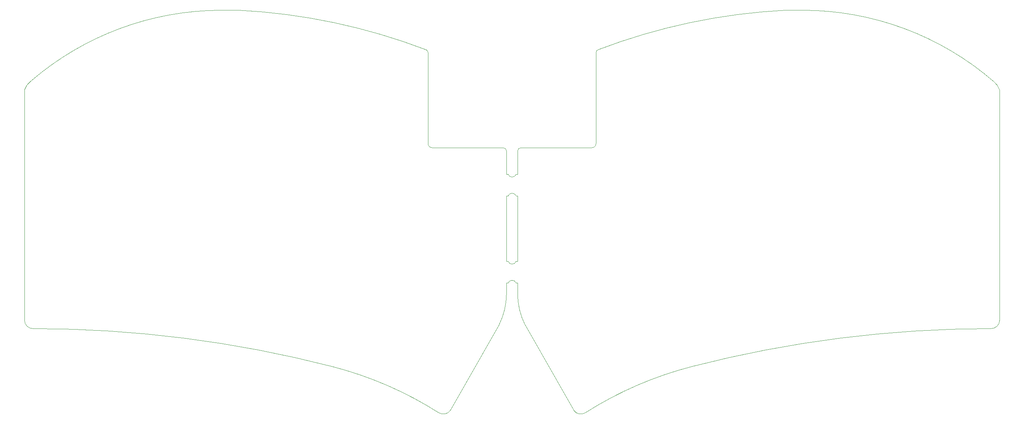
<source format=gm1>
G04 #@! TF.GenerationSoftware,KiCad,Pcbnew,9.0.6*
G04 #@! TF.CreationDate,2025-11-13T20:31:41-08:00*
G04 #@! TF.ProjectId,doktuh-kb,646f6b74-7568-42d6-9b62-2e6b69636164,rev?*
G04 #@! TF.SameCoordinates,Original*
G04 #@! TF.FileFunction,Profile,NP*
%FSLAX46Y46*%
G04 Gerber Fmt 4.6, Leading zero omitted, Abs format (unit mm)*
G04 Created by KiCad (PCBNEW 9.0.6) date 2025-11-13 20:31:41*
%MOMM*%
%LPD*%
G01*
G04 APERTURE LIST*
G04 #@! TA.AperFunction,Profile*
%ADD10C,0.050000*%
G04 #@! TD*
G04 APERTURE END LIST*
D10*
X148162000Y-81866000D02*
G75*
G02*
X148912000Y-82616000I0J-750000D01*
G01*
X148912000Y-93218000D02*
X148912000Y-101262000D01*
X131458000Y-81868917D02*
X148162000Y-81866000D01*
X147161679Y-123613657D02*
X135710000Y-143699265D01*
X148924000Y-116248000D02*
G75*
G02*
X147161678Y-123613657I-16818200J130300D01*
G01*
X148912000Y-82616000D02*
X148924000Y-88110000D01*
X149288500Y-88110000D02*
X148924000Y-88110000D01*
X149288500Y-93218000D02*
X148912000Y-93218000D01*
X149288500Y-108628000D02*
X148924000Y-108628000D01*
X149288500Y-113728500D02*
X148912000Y-113728500D01*
X148912000Y-101262000D02*
X148924000Y-108628000D01*
X148912000Y-113728500D02*
X148924000Y-116248000D01*
X131458000Y-81868917D02*
G75*
G02*
X130457983Y-80868917I0J1000017D01*
G01*
X130458000Y-80868917D02*
X130463000Y-59473000D01*
X35465859Y-68237320D02*
G75*
G02*
X36893000Y-66223000I3872141J-1230680D01*
G01*
X85843227Y-49463504D02*
G75*
G02*
X130028244Y-58792471I-7292587J-143841836D01*
G01*
X37768000Y-124474571D02*
X37493002Y-124473917D01*
X107797707Y-133384137D02*
G75*
G02*
X132978000Y-144298000I-21549707J-84223863D01*
G01*
X37768000Y-124474571D02*
G75*
G02*
X107797707Y-133384137I-279940J-281873899D01*
G01*
X37493002Y-124473917D02*
G75*
G02*
X35458001Y-122542999I-35002J2000917D01*
G01*
X135710000Y-143699265D02*
G75*
G02*
X132978000Y-144298000I-1662000J1051265D01*
G01*
X130028245Y-58792470D02*
G75*
G02*
X130463000Y-59473000I-315245J-680530D01*
G01*
X35465859Y-68237320D02*
X35458001Y-122542999D01*
X85843227Y-49463504D02*
X81868000Y-49468000D01*
X36893000Y-66223000D02*
G75*
G02*
X81868000Y-49468001I44975000J-51985100D01*
G01*
X168999840Y-81868917D02*
X152295840Y-81866000D01*
X151545840Y-113728500D02*
X151533840Y-116248000D01*
X153280536Y-123572150D02*
X164747840Y-143699265D01*
X264991981Y-68237320D02*
X264999839Y-122542999D01*
X214614716Y-49465561D02*
X218589840Y-49468000D01*
X151545840Y-101262000D02*
X151533840Y-108628000D01*
X151545840Y-82616000D02*
G75*
G02*
X152295840Y-81866040I749960J0D01*
G01*
X151545840Y-93218000D02*
X151545840Y-101262000D01*
X167479840Y-144298000D02*
G75*
G02*
X192659668Y-133382328I46750060J-73341400D01*
G01*
X218589840Y-49468000D02*
G75*
G02*
X263564838Y-66223003I-10J-68740110D01*
G01*
X192659669Y-133382330D02*
G75*
G02*
X262689840Y-124474575I70310231J-273026270D01*
G01*
X167479840Y-144298000D02*
G75*
G02*
X164747793Y-143699294I-1070040J1650000D01*
G01*
X153280536Y-123572150D02*
G75*
G02*
X151533862Y-116248000I15027164J7454050D01*
G01*
X151545840Y-82616000D02*
X151533840Y-88110000D01*
X169999840Y-80868917D02*
G75*
G02*
X168999840Y-81868940I-1000040J17D01*
G01*
X169999840Y-80868917D02*
X169994840Y-59473000D01*
X263564840Y-66223000D02*
G75*
G02*
X264991968Y-68237324I-2445040J-3245000D01*
G01*
X170429595Y-58792470D02*
G75*
G02*
X214614716Y-49465567I51462605J-134473730D01*
G01*
X262689840Y-124474571D02*
X262964838Y-124473917D01*
X264999839Y-122542999D02*
G75*
G02*
X262964837Y-124473958I-2000039J69999D01*
G01*
X169994840Y-59473000D02*
G75*
G02*
X170429605Y-58792491I749960J0D01*
G01*
X151533840Y-88110000D02*
X151193500Y-88110000D01*
X151545840Y-93218000D02*
X151193500Y-93218000D01*
X149288501Y-113728500D02*
G75*
G02*
X151193499Y-113728501I952499J-381000D01*
G01*
X151533840Y-108628000D02*
X151193500Y-108628000D01*
X149288501Y-93218000D02*
G75*
G02*
X151193499Y-93218001I952499J-381000D01*
G01*
X151545840Y-113728500D02*
X151193500Y-113728500D01*
X151193499Y-108628000D02*
G75*
G02*
X149288501Y-108627999I-952499J360500D01*
G01*
X151193499Y-88110000D02*
G75*
G02*
X149288501Y-88109999I-952499J353000D01*
G01*
M02*

</source>
